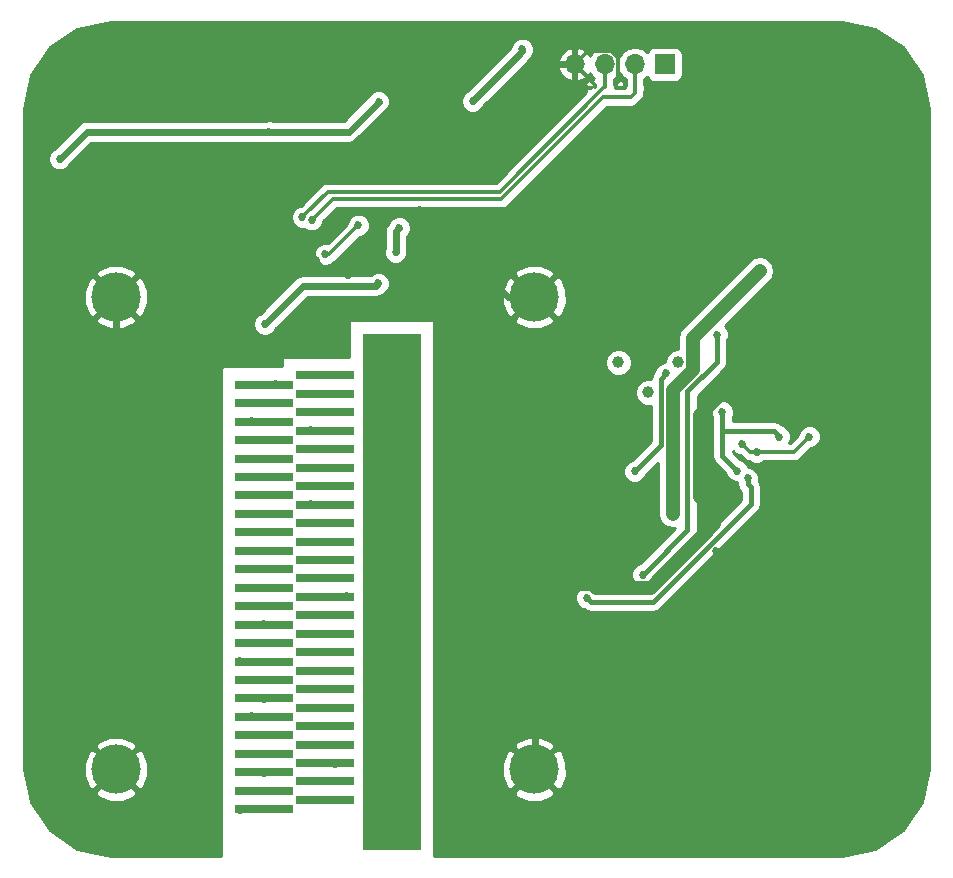
<source format=gbr>
G04 #@! TF.FileFunction,Copper,L2,Bot,Signal*
%FSLAX46Y46*%
G04 Gerber Fmt 4.6, Leading zero omitted, Abs format (unit mm)*
G04 Created by KiCad (PCBNEW 4.0.7) date Tue Jul 24 07:37:36 2018*
%MOMM*%
%LPD*%
G01*
G04 APERTURE LIST*
%ADD10C,0.100000*%
%ADD11C,1.000000*%
%ADD12R,1.700000X1.700000*%
%ADD13O,1.700000X1.700000*%
%ADD14R,0.360000X0.250000*%
%ADD15R,5.000000X0.781250*%
%ADD16R,5.000000X43.750000*%
%ADD17C,4.175000*%
%ADD18C,0.685800*%
%ADD19C,0.600000*%
%ADD20C,1.200000*%
%ADD21C,0.450000*%
%ADD22C,0.300000*%
%ADD23C,0.254000*%
G04 APERTURE END LIST*
D10*
D11*
X124540000Y-88080000D03*
X127080000Y-85540000D03*
X122000000Y-85540000D03*
D12*
X125950000Y-60310000D03*
D13*
X123410000Y-60310000D03*
X120870000Y-60310000D03*
X118330000Y-60310000D03*
D14*
X120870000Y-62250000D03*
X120030000Y-62250000D03*
X123420000Y-62300000D03*
X122580000Y-62300000D03*
D15*
X92020000Y-123359375D03*
X97180000Y-122578125D03*
X92020000Y-121796875D03*
X97180000Y-121015625D03*
X92020000Y-120234375D03*
X97180000Y-119453125D03*
X92020000Y-118671875D03*
X97180000Y-117890625D03*
X92020000Y-117109375D03*
X97180000Y-116328125D03*
X92020000Y-115546875D03*
X97180000Y-114765625D03*
X92020000Y-113984375D03*
X97180000Y-113203125D03*
X92020000Y-112421875D03*
X97180000Y-111640625D03*
X92020000Y-110859375D03*
X97180000Y-110078125D03*
X92020000Y-109296875D03*
X97180000Y-108515625D03*
X92020000Y-107734375D03*
X97180000Y-106953125D03*
X92020000Y-106171875D03*
X97180000Y-105390625D03*
X92020000Y-104609375D03*
X97180000Y-103828125D03*
X92020000Y-103046875D03*
X97180000Y-102265625D03*
X92020000Y-101484375D03*
X97180000Y-100703125D03*
X92020000Y-99921875D03*
X97180000Y-99140625D03*
X92020000Y-98359375D03*
X97180000Y-97578125D03*
X92020000Y-96796875D03*
X97180000Y-96015625D03*
X92020000Y-95234375D03*
X97180000Y-94453125D03*
X92020000Y-93671875D03*
X97180000Y-92890625D03*
X92020000Y-92109375D03*
X97180000Y-91328125D03*
X92020000Y-90546875D03*
X97180000Y-89765625D03*
X92020000Y-88984375D03*
X97180000Y-88203125D03*
X92020000Y-87421875D03*
X97180000Y-86640625D03*
D16*
X102820000Y-105000000D03*
D17*
X79485100Y-80000000D03*
X114902500Y-80000000D03*
X79485100Y-120000000D03*
X114902500Y-120000000D03*
D18*
X101688523Y-78844284D03*
X74700000Y-68300000D03*
X103460000Y-74150000D03*
X103160000Y-76220000D03*
X92084783Y-82286663D03*
X92450000Y-66000000D03*
X101710000Y-63460000D03*
X143100000Y-60500000D03*
X130075000Y-65125000D03*
X134200000Y-75750000D03*
X109325000Y-73725000D03*
X78850000Y-90150000D03*
X112000000Y-65050000D03*
X105250000Y-72600000D03*
X137250000Y-62700000D03*
X133100000Y-62350000D03*
X92651441Y-74215482D03*
X103396304Y-68206304D03*
X96450000Y-76900000D03*
X99130000Y-78150000D03*
X92770000Y-76270000D03*
X93710000Y-69520000D03*
X97480000Y-69690000D03*
X130310000Y-101500000D03*
X131050000Y-106370000D03*
X130730000Y-88210000D03*
X130470000Y-98430000D03*
X139200000Y-79740000D03*
X140280000Y-67280000D03*
X115000000Y-110950000D03*
X117610000Y-104600000D03*
X128332401Y-84370000D03*
X133990000Y-77790000D03*
X126610000Y-98360000D03*
X113880000Y-59007599D03*
X109670000Y-63410000D03*
X96066228Y-73469169D03*
X95263209Y-73228838D03*
X97191997Y-76394703D03*
X100000000Y-73920000D03*
X90000000Y-92100000D03*
X90000000Y-98400000D03*
X90000000Y-104600000D03*
X90000000Y-110800000D03*
X90000000Y-117100000D03*
X90000000Y-123400000D03*
X96000000Y-91300000D03*
X96000000Y-97550000D03*
X96000000Y-103800000D03*
X96000000Y-110050000D03*
X96000000Y-116300000D03*
X96000000Y-122600000D03*
X91000000Y-90500000D03*
X91000000Y-96800000D03*
X91000000Y-103000000D03*
X91000000Y-109300000D03*
X91000000Y-115500000D03*
X91000000Y-121800000D03*
X97000000Y-89750000D03*
X97000000Y-96000000D03*
X97000000Y-102250000D03*
X97000000Y-108500000D03*
X97000000Y-114800000D03*
X97000000Y-121000000D03*
X92000000Y-89000000D03*
X92000000Y-95200000D03*
X92000000Y-101500000D03*
X92000000Y-107700000D03*
X92000000Y-114000000D03*
X92000000Y-120300000D03*
X98047589Y-88250000D03*
X98047589Y-94450000D03*
X98047589Y-100700000D03*
X98047589Y-106950000D03*
X98047589Y-113200000D03*
X98047589Y-119500000D03*
X93000000Y-87400000D03*
X93000000Y-93700000D03*
X93000000Y-99900000D03*
X93000000Y-106200000D03*
X93000000Y-112400000D03*
X93000000Y-118700000D03*
X99000000Y-86600000D03*
X99000000Y-92900000D03*
X99000000Y-99100000D03*
X99000000Y-105350000D03*
X99000000Y-111650000D03*
X99000000Y-117900000D03*
X103050000Y-113000000D03*
X103050000Y-101000000D03*
X103050000Y-101000000D03*
X103050000Y-123950000D03*
X103050000Y-89650000D03*
X135650000Y-91820000D03*
X132084308Y-94693209D03*
X130830000Y-89720000D03*
X126060000Y-86460000D03*
X123400000Y-94770000D03*
X124080391Y-103504690D03*
X130380000Y-83190000D03*
X138190000Y-91810000D03*
X132480000Y-92430000D03*
X133720000Y-93130000D03*
X132960000Y-95360000D03*
X119330000Y-105460000D03*
D19*
X95321446Y-79050000D02*
X101482807Y-79050000D01*
X92084783Y-82286663D02*
X95321446Y-79050000D01*
X101482807Y-79050000D02*
X101688523Y-78844284D01*
X92450000Y-66000000D02*
X77000000Y-66000000D01*
X77000000Y-66000000D02*
X74700000Y-68300000D01*
X103160000Y-76220000D02*
X103160000Y-74450000D01*
X103160000Y-74450000D02*
X103460000Y-74150000D01*
X101710000Y-63460000D02*
X99170000Y-66000000D01*
X99170000Y-66000000D02*
X92450000Y-66000000D01*
X143100000Y-60500000D02*
X140280000Y-63320000D01*
X140280000Y-63320000D02*
X140280000Y-67280000D01*
X130075000Y-65125000D02*
X130325000Y-65125000D01*
X130325000Y-65125000D02*
X133100000Y-62350000D01*
X134200000Y-75750000D02*
X138190000Y-79740000D01*
X138190000Y-79740000D02*
X139200000Y-79740000D01*
X107075000Y-74425000D02*
X112650000Y-80000000D01*
X105250000Y-72600000D02*
X107075000Y-74425000D01*
X107075000Y-74425000D02*
X108625000Y-74425000D01*
X108625000Y-74425000D02*
X109325000Y-73725000D01*
D20*
X139200000Y-79740000D02*
X129350000Y-89590000D01*
X129350000Y-89590000D02*
X128970000Y-89970000D01*
D21*
X130730000Y-88210000D02*
X129350000Y-89590000D01*
D19*
X115000000Y-110950000D02*
X115000000Y-119902500D01*
X115000000Y-119902500D02*
X114902500Y-120000000D01*
X78850000Y-90150000D02*
X79485100Y-89514900D01*
X79485100Y-89514900D02*
X79485100Y-80000000D01*
X112000000Y-65050000D02*
X106552608Y-65050000D01*
X106552608Y-65050000D02*
X103396304Y-68206304D01*
X118330000Y-60310000D02*
X116740000Y-60310000D01*
X116740000Y-60310000D02*
X112000000Y-65050000D01*
X112650000Y-80000000D02*
X114902500Y-80000000D01*
D22*
X122580000Y-62300000D02*
X122580000Y-61875000D01*
X122580000Y-61875000D02*
X122022401Y-61317401D01*
X122022401Y-61317401D02*
X122022401Y-59756847D01*
X122022401Y-59756847D02*
X121423153Y-59157599D01*
X121423153Y-59157599D02*
X119482401Y-59157599D01*
X119482401Y-59157599D02*
X119179999Y-59460001D01*
X119179999Y-59460001D02*
X118330000Y-60310000D01*
X120030000Y-62250000D02*
X120030000Y-62010000D01*
X120030000Y-62010000D02*
X118330000Y-60310000D01*
D19*
X133100000Y-62350000D02*
X136900000Y-62350000D01*
X136900000Y-62350000D02*
X137250000Y-62700000D01*
D22*
X92651441Y-74261441D02*
X92651441Y-74215482D01*
X92770000Y-74380000D02*
X92651441Y-74261441D01*
X92770000Y-76270000D02*
X92770000Y-74380000D01*
X99130000Y-78150000D02*
X97700000Y-78150000D01*
X96792899Y-77242899D02*
X96450000Y-76900000D01*
X97700000Y-78150000D02*
X96792899Y-77242899D01*
D19*
X98963696Y-68206304D02*
X102911371Y-68206304D01*
X97480000Y-69690000D02*
X98963696Y-68206304D01*
X102911371Y-68206304D02*
X103396304Y-68206304D01*
X97480000Y-69690000D02*
X93880000Y-69690000D01*
X93880000Y-69690000D02*
X93710000Y-69520000D01*
D20*
X119748147Y-104257101D02*
X117952899Y-104257101D01*
X120091046Y-104600000D02*
X119748147Y-104257101D01*
X130127101Y-99234586D02*
X124761687Y-104600000D01*
X117952899Y-104257101D02*
X117610000Y-104600000D01*
X130127101Y-98772899D02*
X130127101Y-99234586D01*
X130470000Y-98430000D02*
X130127101Y-98772899D01*
X124761687Y-104600000D02*
X120091046Y-104600000D01*
X117610000Y-104600000D02*
X117610000Y-108340000D01*
X117610000Y-108340000D02*
X115000000Y-110950000D01*
X128970000Y-89970000D02*
X128970000Y-96930000D01*
X128970000Y-96930000D02*
X130470000Y-98430000D01*
X128332401Y-86141154D02*
X128332401Y-84370000D01*
X128332401Y-84370000D02*
X128332401Y-83447599D01*
X128332401Y-83447599D02*
X133647101Y-78132899D01*
X126610000Y-87863555D02*
X128332401Y-86141154D01*
X126610000Y-98360000D02*
X126610000Y-87863555D01*
X133647101Y-78132899D02*
X133990000Y-77790000D01*
D19*
X109670000Y-63410000D02*
X113880000Y-59200000D01*
X113880000Y-59200000D02*
X113880000Y-59007599D01*
D22*
X97835397Y-71700000D02*
X96066228Y-73469169D01*
X112100000Y-71700000D02*
X97835397Y-71700000D01*
X120700000Y-63100000D02*
X112100000Y-71700000D01*
X123045000Y-63100000D02*
X120700000Y-63100000D01*
X123420000Y-62300000D02*
X123420000Y-62725000D01*
X123420000Y-62725000D02*
X123045000Y-63100000D01*
X123410000Y-60310000D02*
X123410000Y-62290000D01*
X123410000Y-62290000D02*
X123420000Y-62300000D01*
X120815000Y-62250000D02*
X111965000Y-71100000D01*
X111965000Y-71100000D02*
X97392047Y-71100000D01*
X120870000Y-62250000D02*
X120815000Y-62250000D01*
X97392047Y-71100000D02*
X95606108Y-72885939D01*
X95606108Y-72885939D02*
X95263209Y-73228838D01*
X120870000Y-60310000D02*
X120870000Y-62250000D01*
X97525297Y-76394703D02*
X97191997Y-76394703D01*
X100000000Y-73920000D02*
X97525297Y-76394703D01*
D21*
X130830000Y-91360000D02*
X130830000Y-93438901D01*
X130830000Y-89720000D02*
X130830000Y-91360000D01*
X130830000Y-91360000D02*
X135190000Y-91360000D01*
X135190000Y-91360000D02*
X135650000Y-91820000D01*
X131741409Y-94350310D02*
X132084308Y-94693209D01*
X130830000Y-93438901D02*
X131741409Y-94350310D01*
X125620000Y-92550000D02*
X125620000Y-86900000D01*
X125620000Y-86900000D02*
X126060000Y-86460000D01*
X123400000Y-94770000D02*
X125620000Y-92550000D01*
X127860000Y-87995821D02*
X127860000Y-99725081D01*
X124423290Y-103161791D02*
X124080391Y-103504690D01*
X130380000Y-83190000D02*
X130380000Y-85475821D01*
X130380000Y-85475821D02*
X127860000Y-87995821D01*
X127860000Y-99725081D02*
X124423290Y-103161791D01*
D22*
X133720000Y-93130000D02*
X136870000Y-93130000D01*
X136870000Y-93130000D02*
X138190000Y-91810000D01*
X133720000Y-93130000D02*
X133180000Y-93130000D01*
X133180000Y-93130000D02*
X132480000Y-92430000D01*
D21*
X132960000Y-95360000D02*
X132960000Y-95844933D01*
X132960000Y-95844933D02*
X133230000Y-96114933D01*
X133230000Y-96114933D02*
X133230000Y-97513954D01*
X119330000Y-105460000D02*
X119672899Y-105802899D01*
X124941055Y-105802899D02*
X133230000Y-97513954D01*
X119672899Y-105802899D02*
X124941055Y-105802899D01*
D23*
G36*
X143784440Y-57277770D02*
X146144973Y-58855027D01*
X147722230Y-61215562D01*
X148290000Y-64069926D01*
X148290000Y-119930074D01*
X147722230Y-122784438D01*
X146144973Y-125144973D01*
X143784440Y-126722230D01*
X140930069Y-127290000D01*
X106427000Y-127290000D01*
X106427000Y-121938183D01*
X113143923Y-121938183D01*
X113375358Y-122317996D01*
X114378663Y-122725961D01*
X115461718Y-122718923D01*
X116429642Y-122317996D01*
X116661077Y-121938183D01*
X114902500Y-120179605D01*
X113143923Y-121938183D01*
X106427000Y-121938183D01*
X106427000Y-119476163D01*
X112176539Y-119476163D01*
X112183577Y-120559218D01*
X112584504Y-121527142D01*
X112964317Y-121758577D01*
X114722895Y-120000000D01*
X115082105Y-120000000D01*
X116840683Y-121758577D01*
X117220496Y-121527142D01*
X117628461Y-120523837D01*
X117621423Y-119440782D01*
X117220496Y-118472858D01*
X116840683Y-118241423D01*
X115082105Y-120000000D01*
X114722895Y-120000000D01*
X112964317Y-118241423D01*
X112584504Y-118472858D01*
X112176539Y-119476163D01*
X106427000Y-119476163D01*
X106427000Y-118061817D01*
X113143923Y-118061817D01*
X114902500Y-119820395D01*
X116661077Y-118061817D01*
X116429642Y-117682004D01*
X115426337Y-117274039D01*
X114343282Y-117281077D01*
X113375358Y-117682004D01*
X113143923Y-118061817D01*
X106427000Y-118061817D01*
X106427000Y-105653663D01*
X118351931Y-105653663D01*
X118500493Y-106013212D01*
X118775341Y-106288540D01*
X119060884Y-106407108D01*
X119064787Y-106411011D01*
X119343791Y-106597435D01*
X119672899Y-106662899D01*
X124941055Y-106662899D01*
X125270163Y-106597435D01*
X125549167Y-106411011D01*
X133838112Y-98122066D01*
X134024536Y-97843062D01*
X134090000Y-97513954D01*
X134090000Y-96114933D01*
X134024537Y-95785826D01*
X133911983Y-95617376D01*
X133937730Y-95555370D01*
X133938069Y-95166337D01*
X133789507Y-94806788D01*
X133514659Y-94531460D01*
X133155370Y-94382270D01*
X133013869Y-94382147D01*
X132913815Y-94139997D01*
X132638967Y-93864669D01*
X132353424Y-93746101D01*
X131690000Y-93082677D01*
X131690000Y-93022788D01*
X131925341Y-93258540D01*
X132284630Y-93407730D01*
X132347627Y-93407785D01*
X132624919Y-93685076D01*
X132624921Y-93685079D01*
X132879594Y-93855245D01*
X133107476Y-93900574D01*
X133165341Y-93958540D01*
X133524630Y-94107730D01*
X133913663Y-94108069D01*
X134273212Y-93959507D01*
X134317797Y-93915000D01*
X136870000Y-93915000D01*
X137170407Y-93855245D01*
X137425079Y-93685079D01*
X138322143Y-92788015D01*
X138383663Y-92788069D01*
X138743212Y-92639507D01*
X139018540Y-92364659D01*
X139167730Y-92005370D01*
X139168069Y-91616337D01*
X139019507Y-91256788D01*
X138744659Y-90981460D01*
X138385370Y-90832270D01*
X137996337Y-90831931D01*
X137636788Y-90980493D01*
X137361460Y-91255341D01*
X137212270Y-91614630D01*
X137212215Y-91677627D01*
X136544842Y-92345000D01*
X136490856Y-92345000D01*
X136627730Y-92015370D01*
X136628069Y-91626337D01*
X136479507Y-91266788D01*
X136204659Y-90991460D01*
X135919116Y-90872892D01*
X135798112Y-90751888D01*
X135717566Y-90698069D01*
X135519108Y-90565464D01*
X135190000Y-90500000D01*
X131690000Y-90500000D01*
X131690000Y-90198895D01*
X131807730Y-89915370D01*
X131808069Y-89526337D01*
X131659507Y-89166788D01*
X131384659Y-88891460D01*
X131025370Y-88742270D01*
X130636337Y-88741931D01*
X130276788Y-88890493D01*
X130001460Y-89165341D01*
X129852270Y-89524630D01*
X129851931Y-89913663D01*
X129970000Y-90199413D01*
X129970000Y-93438901D01*
X130035464Y-93768009D01*
X130163419Y-93959507D01*
X130221888Y-94047013D01*
X131137567Y-94962692D01*
X131254801Y-95246421D01*
X131529649Y-95521749D01*
X131888938Y-95670939D01*
X132030439Y-95671062D01*
X132100000Y-95839413D01*
X132100000Y-95844933D01*
X132165464Y-96174041D01*
X132214072Y-96246788D01*
X132351888Y-96453045D01*
X132370000Y-96471157D01*
X132370000Y-97157730D01*
X124584831Y-104942899D01*
X120174428Y-104942899D01*
X120159507Y-104906788D01*
X119884659Y-104631460D01*
X119525370Y-104482270D01*
X119136337Y-104481931D01*
X118776788Y-104630493D01*
X118501460Y-104905341D01*
X118352270Y-105264630D01*
X118351931Y-105653663D01*
X106427000Y-105653663D01*
X106427000Y-94963663D01*
X122421931Y-94963663D01*
X122570493Y-95323212D01*
X122845341Y-95598540D01*
X123204630Y-95747730D01*
X123593663Y-95748069D01*
X123953212Y-95599507D01*
X124228540Y-95324659D01*
X124347108Y-95039116D01*
X125375000Y-94011224D01*
X125375000Y-98360000D01*
X125469009Y-98832614D01*
X125736723Y-99233277D01*
X126137386Y-99500991D01*
X126610000Y-99595000D01*
X126814543Y-99554314D01*
X123810908Y-102557949D01*
X123527179Y-102675183D01*
X123251851Y-102950031D01*
X123102661Y-103309320D01*
X123102322Y-103698353D01*
X123250884Y-104057902D01*
X123525732Y-104333230D01*
X123885021Y-104482420D01*
X124274054Y-104482759D01*
X124633603Y-104334197D01*
X124908931Y-104059349D01*
X125027499Y-103773806D01*
X128468112Y-100333193D01*
X128593630Y-100145341D01*
X128654536Y-100054189D01*
X128720000Y-99725081D01*
X128720000Y-88352045D01*
X130988112Y-86083933D01*
X131143159Y-85851888D01*
X131174536Y-85804929D01*
X131240000Y-85475821D01*
X131240000Y-83668895D01*
X131357730Y-83385370D01*
X131358069Y-82996337D01*
X131209507Y-82636788D01*
X131049776Y-82476778D01*
X134863277Y-78663277D01*
X135130991Y-78262614D01*
X135225000Y-77790000D01*
X135130991Y-77317386D01*
X134863277Y-76916723D01*
X134462614Y-76649009D01*
X133990000Y-76555000D01*
X133517386Y-76649009D01*
X133116723Y-76916723D01*
X127459124Y-82574322D01*
X127191410Y-82974985D01*
X127097401Y-83447599D01*
X127097401Y-84405014D01*
X126855225Y-84404803D01*
X126437914Y-84577233D01*
X126118355Y-84896235D01*
X125945197Y-85313244D01*
X125945050Y-85482000D01*
X125866337Y-85481931D01*
X125506788Y-85630493D01*
X125231460Y-85905341D01*
X125112892Y-86190884D01*
X125011888Y-86291888D01*
X124825464Y-86570892D01*
X124760000Y-86900000D01*
X124760000Y-86945191D01*
X124315225Y-86944803D01*
X123897914Y-87117233D01*
X123578355Y-87436235D01*
X123405197Y-87853244D01*
X123404803Y-88304775D01*
X123577233Y-88722086D01*
X123896235Y-89041645D01*
X124313244Y-89214803D01*
X124760000Y-89215193D01*
X124760000Y-92193776D01*
X123130517Y-93823259D01*
X122846788Y-93940493D01*
X122571460Y-94215341D01*
X122422270Y-94574630D01*
X122421931Y-94963663D01*
X106427000Y-94963663D01*
X106427000Y-85764775D01*
X120864803Y-85764775D01*
X121037233Y-86182086D01*
X121356235Y-86501645D01*
X121773244Y-86674803D01*
X122224775Y-86675197D01*
X122642086Y-86502767D01*
X122961645Y-86183765D01*
X123134803Y-85766756D01*
X123135197Y-85315225D01*
X122962767Y-84897914D01*
X122643765Y-84578355D01*
X122226756Y-84405197D01*
X121775225Y-84404803D01*
X121357914Y-84577233D01*
X121038355Y-84896235D01*
X120865197Y-85313244D01*
X120864803Y-85764775D01*
X106427000Y-85764775D01*
X106427000Y-82100000D01*
X106416994Y-82050590D01*
X106388553Y-82008965D01*
X106346159Y-81981685D01*
X106300000Y-81973000D01*
X99300000Y-81973000D01*
X99250590Y-81983006D01*
X99208965Y-82011447D01*
X99181685Y-82053841D01*
X99173000Y-82100000D01*
X99173000Y-85073000D01*
X93700000Y-85073000D01*
X93650590Y-85083006D01*
X93608965Y-85111447D01*
X93581685Y-85153841D01*
X93573000Y-85200000D01*
X93573000Y-85873000D01*
X88500000Y-85873000D01*
X88450590Y-85883006D01*
X88408965Y-85911447D01*
X88381685Y-85953841D01*
X88373000Y-86000000D01*
X88373000Y-127290000D01*
X79069926Y-127290000D01*
X76215562Y-126722230D01*
X73855027Y-125144973D01*
X72277770Y-122784440D01*
X72109439Y-121938183D01*
X77726523Y-121938183D01*
X77957958Y-122317996D01*
X78961263Y-122725961D01*
X80044318Y-122718923D01*
X81012242Y-122317996D01*
X81243677Y-121938183D01*
X79485100Y-120179605D01*
X77726523Y-121938183D01*
X72109439Y-121938183D01*
X71710000Y-119930069D01*
X71710000Y-119476163D01*
X76759139Y-119476163D01*
X76766177Y-120559218D01*
X77167104Y-121527142D01*
X77546917Y-121758577D01*
X79305495Y-120000000D01*
X79664705Y-120000000D01*
X81423283Y-121758577D01*
X81803096Y-121527142D01*
X82211061Y-120523837D01*
X82204023Y-119440782D01*
X81803096Y-118472858D01*
X81423283Y-118241423D01*
X79664705Y-120000000D01*
X79305495Y-120000000D01*
X77546917Y-118241423D01*
X77167104Y-118472858D01*
X76759139Y-119476163D01*
X71710000Y-119476163D01*
X71710000Y-118061817D01*
X77726523Y-118061817D01*
X79485100Y-119820395D01*
X81243677Y-118061817D01*
X81012242Y-117682004D01*
X80008937Y-117274039D01*
X78925882Y-117281077D01*
X77957958Y-117682004D01*
X77726523Y-118061817D01*
X71710000Y-118061817D01*
X71710000Y-81938183D01*
X77726523Y-81938183D01*
X77957958Y-82317996D01*
X78961263Y-82725961D01*
X80044318Y-82718923D01*
X80620342Y-82480326D01*
X91106714Y-82480326D01*
X91255276Y-82839875D01*
X91530124Y-83115203D01*
X91889413Y-83264393D01*
X92278446Y-83264732D01*
X92637995Y-83116170D01*
X92913323Y-82841322D01*
X92956574Y-82737162D01*
X93755553Y-81938183D01*
X113143923Y-81938183D01*
X113375358Y-82317996D01*
X114378663Y-82725961D01*
X115461718Y-82718923D01*
X116429642Y-82317996D01*
X116661077Y-81938183D01*
X114902500Y-80179605D01*
X113143923Y-81938183D01*
X93755553Y-81938183D01*
X95708736Y-79985000D01*
X101482807Y-79985000D01*
X101840616Y-79913827D01*
X102131995Y-79719135D01*
X102241735Y-79673791D01*
X102439708Y-79476163D01*
X112176539Y-79476163D01*
X112183577Y-80559218D01*
X112584504Y-81527142D01*
X112964317Y-81758577D01*
X114722895Y-80000000D01*
X115082105Y-80000000D01*
X116840683Y-81758577D01*
X117220496Y-81527142D01*
X117628461Y-80523837D01*
X117621423Y-79440782D01*
X117220496Y-78472858D01*
X116840683Y-78241423D01*
X115082105Y-80000000D01*
X114722895Y-80000000D01*
X112964317Y-78241423D01*
X112584504Y-78472858D01*
X112176539Y-79476163D01*
X102439708Y-79476163D01*
X102517063Y-79398943D01*
X102666253Y-79039654D01*
X102666592Y-78650621D01*
X102518030Y-78291072D01*
X102289175Y-78061817D01*
X113143923Y-78061817D01*
X114902500Y-79820395D01*
X116661077Y-78061817D01*
X116429642Y-77682004D01*
X115426337Y-77274039D01*
X114343282Y-77281077D01*
X113375358Y-77682004D01*
X113143923Y-78061817D01*
X102289175Y-78061817D01*
X102243182Y-78015744D01*
X101883893Y-77866554D01*
X101494860Y-77866215D01*
X101135311Y-78014777D01*
X101034913Y-78115000D01*
X95321446Y-78115000D01*
X94963637Y-78186173D01*
X94660301Y-78388855D01*
X91634550Y-81414606D01*
X91531571Y-81457156D01*
X91256243Y-81732004D01*
X91107053Y-82091293D01*
X91106714Y-82480326D01*
X80620342Y-82480326D01*
X81012242Y-82317996D01*
X81243677Y-81938183D01*
X79485100Y-80179605D01*
X77726523Y-81938183D01*
X71710000Y-81938183D01*
X71710000Y-79476163D01*
X76759139Y-79476163D01*
X76766177Y-80559218D01*
X77167104Y-81527142D01*
X77546917Y-81758577D01*
X79305495Y-80000000D01*
X79664705Y-80000000D01*
X81423283Y-81758577D01*
X81803096Y-81527142D01*
X82211061Y-80523837D01*
X82204023Y-79440782D01*
X81803096Y-78472858D01*
X81423283Y-78241423D01*
X79664705Y-80000000D01*
X79305495Y-80000000D01*
X77546917Y-78241423D01*
X77167104Y-78472858D01*
X76759139Y-79476163D01*
X71710000Y-79476163D01*
X71710000Y-78061817D01*
X77726523Y-78061817D01*
X79485100Y-79820395D01*
X81243677Y-78061817D01*
X81012242Y-77682004D01*
X80008937Y-77274039D01*
X78925882Y-77281077D01*
X77957958Y-77682004D01*
X77726523Y-78061817D01*
X71710000Y-78061817D01*
X71710000Y-76588366D01*
X96213928Y-76588366D01*
X96362490Y-76947915D01*
X96637338Y-77223243D01*
X96996627Y-77372433D01*
X97385660Y-77372772D01*
X97745209Y-77224210D01*
X97898133Y-77071553D01*
X98080376Y-76949782D01*
X98616495Y-76413663D01*
X102181931Y-76413663D01*
X102330493Y-76773212D01*
X102605341Y-77048540D01*
X102964630Y-77197730D01*
X103353663Y-77198069D01*
X103713212Y-77049507D01*
X103988540Y-76774659D01*
X104137730Y-76415370D01*
X104138069Y-76026337D01*
X104095000Y-75922102D01*
X104095000Y-74897862D01*
X104288540Y-74704659D01*
X104437730Y-74345370D01*
X104438069Y-73956337D01*
X104289507Y-73596788D01*
X104014659Y-73321460D01*
X103655370Y-73172270D01*
X103266337Y-73171931D01*
X102906788Y-73320493D01*
X102631460Y-73595341D01*
X102588209Y-73699501D01*
X102498855Y-73788855D01*
X102296173Y-74092191D01*
X102225000Y-74450000D01*
X102225000Y-75921725D01*
X102182270Y-76024630D01*
X102181931Y-76413663D01*
X98616495Y-76413663D01*
X100132143Y-74898015D01*
X100193663Y-74898069D01*
X100553212Y-74749507D01*
X100828540Y-74474659D01*
X100977730Y-74115370D01*
X100978069Y-73726337D01*
X100829507Y-73366788D01*
X100554659Y-73091460D01*
X100195370Y-72942270D01*
X99806337Y-72941931D01*
X99446788Y-73090493D01*
X99171460Y-73365341D01*
X99022270Y-73724630D01*
X99022215Y-73787627D01*
X97391255Y-75418587D01*
X97387367Y-75416973D01*
X96998334Y-75416634D01*
X96638785Y-75565196D01*
X96363457Y-75840044D01*
X96214267Y-76199333D01*
X96213928Y-76588366D01*
X71710000Y-76588366D01*
X71710000Y-73422501D01*
X94285140Y-73422501D01*
X94433702Y-73782050D01*
X94708550Y-74057378D01*
X95067839Y-74206568D01*
X95420894Y-74206876D01*
X95511569Y-74297709D01*
X95870858Y-74446899D01*
X96259891Y-74447238D01*
X96619440Y-74298676D01*
X96894768Y-74023828D01*
X97043958Y-73664539D01*
X97044013Y-73601542D01*
X98160555Y-72485000D01*
X112100000Y-72485000D01*
X112400407Y-72425245D01*
X112655079Y-72255079D01*
X121025158Y-63885000D01*
X123045000Y-63885000D01*
X123345407Y-63825245D01*
X123600079Y-63655079D01*
X123975079Y-63280079D01*
X124145245Y-63025407D01*
X124205000Y-62725000D01*
X124205000Y-62634575D01*
X124247440Y-62425000D01*
X124247440Y-62175000D01*
X124203162Y-61939683D01*
X124195000Y-61926999D01*
X124195000Y-61566250D01*
X124460054Y-61389147D01*
X124487850Y-61347548D01*
X124496838Y-61395317D01*
X124635910Y-61611441D01*
X124848110Y-61756431D01*
X125100000Y-61807440D01*
X126800000Y-61807440D01*
X127035317Y-61763162D01*
X127251441Y-61624090D01*
X127396431Y-61411890D01*
X127447440Y-61160000D01*
X127447440Y-59460000D01*
X127403162Y-59224683D01*
X127264090Y-59008559D01*
X127051890Y-58863569D01*
X126800000Y-58812560D01*
X125100000Y-58812560D01*
X124864683Y-58856838D01*
X124648559Y-58995910D01*
X124503569Y-59208110D01*
X124489914Y-59275541D01*
X124460054Y-59230853D01*
X123978285Y-58908946D01*
X123410000Y-58795907D01*
X122841715Y-58908946D01*
X122359946Y-59230853D01*
X122140000Y-59560026D01*
X121920054Y-59230853D01*
X121438285Y-58908946D01*
X120870000Y-58795907D01*
X120301715Y-58908946D01*
X119819946Y-59230853D01*
X119592298Y-59571553D01*
X119525183Y-59428642D01*
X119096924Y-59038355D01*
X118686890Y-58868524D01*
X118457000Y-58989845D01*
X118457000Y-60183000D01*
X118477000Y-60183000D01*
X118477000Y-60437000D01*
X118457000Y-60437000D01*
X118457000Y-61630155D01*
X118686890Y-61751476D01*
X119096924Y-61581645D01*
X119525183Y-61191358D01*
X119592298Y-61048447D01*
X119819946Y-61389147D01*
X119970884Y-61490000D01*
X119902998Y-61490000D01*
X119902998Y-61611748D01*
X119781250Y-61490000D01*
X119723691Y-61490000D01*
X119490302Y-61586673D01*
X119311673Y-61765301D01*
X119215000Y-61998690D01*
X119215000Y-62028750D01*
X119373750Y-62187500D01*
X119767342Y-62187500D01*
X119642342Y-62312500D01*
X119373750Y-62312500D01*
X119215000Y-62471250D01*
X119215000Y-62501310D01*
X119284864Y-62669978D01*
X111639842Y-70315000D01*
X97392047Y-70315000D01*
X97091640Y-70374755D01*
X96836968Y-70544921D01*
X95131066Y-72250823D01*
X95069546Y-72250769D01*
X94709997Y-72399331D01*
X94434669Y-72674179D01*
X94285479Y-73033468D01*
X94285140Y-73422501D01*
X71710000Y-73422501D01*
X71710000Y-68493663D01*
X73721931Y-68493663D01*
X73870493Y-68853212D01*
X74145341Y-69128540D01*
X74504630Y-69277730D01*
X74893663Y-69278069D01*
X75253212Y-69129507D01*
X75528540Y-68854659D01*
X75571791Y-68750499D01*
X77387290Y-66935000D01*
X92151725Y-66935000D01*
X92254630Y-66977730D01*
X92643663Y-66978069D01*
X92747898Y-66935000D01*
X99170000Y-66935000D01*
X99527809Y-66863827D01*
X99831145Y-66661145D01*
X102160233Y-64332057D01*
X102263212Y-64289507D01*
X102538540Y-64014659D01*
X102687730Y-63655370D01*
X102687775Y-63603663D01*
X108691931Y-63603663D01*
X108840493Y-63963212D01*
X109115341Y-64238540D01*
X109474630Y-64387730D01*
X109863663Y-64388069D01*
X110223212Y-64239507D01*
X110498540Y-63964659D01*
X110541791Y-63860499D01*
X113735398Y-60666892D01*
X116888514Y-60666892D01*
X117134817Y-61191358D01*
X117563076Y-61581645D01*
X117973110Y-61751476D01*
X118203000Y-61630155D01*
X118203000Y-60437000D01*
X117009181Y-60437000D01*
X116888514Y-60666892D01*
X113735398Y-60666892D01*
X114449182Y-59953108D01*
X116888514Y-59953108D01*
X117009181Y-60183000D01*
X118203000Y-60183000D01*
X118203000Y-58989845D01*
X117973110Y-58868524D01*
X117563076Y-59038355D01*
X117134817Y-59428642D01*
X116888514Y-59953108D01*
X114449182Y-59953108D01*
X114541145Y-59861145D01*
X114743827Y-59557809D01*
X114774575Y-59403227D01*
X114857730Y-59202969D01*
X114858069Y-58813936D01*
X114709507Y-58454387D01*
X114434659Y-58179059D01*
X114075370Y-58029869D01*
X113686337Y-58029530D01*
X113326788Y-58178092D01*
X113051460Y-58452940D01*
X112902270Y-58812229D01*
X112902232Y-58855478D01*
X109219767Y-62537943D01*
X109116788Y-62580493D01*
X108841460Y-62855341D01*
X108692270Y-63214630D01*
X108691931Y-63603663D01*
X102687775Y-63603663D01*
X102688069Y-63266337D01*
X102539507Y-62906788D01*
X102264659Y-62631460D01*
X101905370Y-62482270D01*
X101516337Y-62481931D01*
X101156788Y-62630493D01*
X100881460Y-62905341D01*
X100838209Y-63009501D01*
X98782710Y-65065000D01*
X92748275Y-65065000D01*
X92645370Y-65022270D01*
X92256337Y-65021931D01*
X92152102Y-65065000D01*
X77000000Y-65065000D01*
X76642191Y-65136173D01*
X76338855Y-65338855D01*
X74249767Y-67427943D01*
X74146788Y-67470493D01*
X73871460Y-67745341D01*
X73722270Y-68104630D01*
X73721931Y-68493663D01*
X71710000Y-68493663D01*
X71710000Y-64069931D01*
X72277770Y-61215560D01*
X73855027Y-58855027D01*
X76215562Y-57277770D01*
X79069926Y-56710000D01*
X140930069Y-56710000D01*
X143784440Y-57277770D01*
X143784440Y-57277770D01*
G37*
X143784440Y-57277770D02*
X146144973Y-58855027D01*
X147722230Y-61215562D01*
X148290000Y-64069926D01*
X148290000Y-119930074D01*
X147722230Y-122784438D01*
X146144973Y-125144973D01*
X143784440Y-126722230D01*
X140930069Y-127290000D01*
X106427000Y-127290000D01*
X106427000Y-121938183D01*
X113143923Y-121938183D01*
X113375358Y-122317996D01*
X114378663Y-122725961D01*
X115461718Y-122718923D01*
X116429642Y-122317996D01*
X116661077Y-121938183D01*
X114902500Y-120179605D01*
X113143923Y-121938183D01*
X106427000Y-121938183D01*
X106427000Y-119476163D01*
X112176539Y-119476163D01*
X112183577Y-120559218D01*
X112584504Y-121527142D01*
X112964317Y-121758577D01*
X114722895Y-120000000D01*
X115082105Y-120000000D01*
X116840683Y-121758577D01*
X117220496Y-121527142D01*
X117628461Y-120523837D01*
X117621423Y-119440782D01*
X117220496Y-118472858D01*
X116840683Y-118241423D01*
X115082105Y-120000000D01*
X114722895Y-120000000D01*
X112964317Y-118241423D01*
X112584504Y-118472858D01*
X112176539Y-119476163D01*
X106427000Y-119476163D01*
X106427000Y-118061817D01*
X113143923Y-118061817D01*
X114902500Y-119820395D01*
X116661077Y-118061817D01*
X116429642Y-117682004D01*
X115426337Y-117274039D01*
X114343282Y-117281077D01*
X113375358Y-117682004D01*
X113143923Y-118061817D01*
X106427000Y-118061817D01*
X106427000Y-105653663D01*
X118351931Y-105653663D01*
X118500493Y-106013212D01*
X118775341Y-106288540D01*
X119060884Y-106407108D01*
X119064787Y-106411011D01*
X119343791Y-106597435D01*
X119672899Y-106662899D01*
X124941055Y-106662899D01*
X125270163Y-106597435D01*
X125549167Y-106411011D01*
X133838112Y-98122066D01*
X134024536Y-97843062D01*
X134090000Y-97513954D01*
X134090000Y-96114933D01*
X134024537Y-95785826D01*
X133911983Y-95617376D01*
X133937730Y-95555370D01*
X133938069Y-95166337D01*
X133789507Y-94806788D01*
X133514659Y-94531460D01*
X133155370Y-94382270D01*
X133013869Y-94382147D01*
X132913815Y-94139997D01*
X132638967Y-93864669D01*
X132353424Y-93746101D01*
X131690000Y-93082677D01*
X131690000Y-93022788D01*
X131925341Y-93258540D01*
X132284630Y-93407730D01*
X132347627Y-93407785D01*
X132624919Y-93685076D01*
X132624921Y-93685079D01*
X132879594Y-93855245D01*
X133107476Y-93900574D01*
X133165341Y-93958540D01*
X133524630Y-94107730D01*
X133913663Y-94108069D01*
X134273212Y-93959507D01*
X134317797Y-93915000D01*
X136870000Y-93915000D01*
X137170407Y-93855245D01*
X137425079Y-93685079D01*
X138322143Y-92788015D01*
X138383663Y-92788069D01*
X138743212Y-92639507D01*
X139018540Y-92364659D01*
X139167730Y-92005370D01*
X139168069Y-91616337D01*
X139019507Y-91256788D01*
X138744659Y-90981460D01*
X138385370Y-90832270D01*
X137996337Y-90831931D01*
X137636788Y-90980493D01*
X137361460Y-91255341D01*
X137212270Y-91614630D01*
X137212215Y-91677627D01*
X136544842Y-92345000D01*
X136490856Y-92345000D01*
X136627730Y-92015370D01*
X136628069Y-91626337D01*
X136479507Y-91266788D01*
X136204659Y-90991460D01*
X135919116Y-90872892D01*
X135798112Y-90751888D01*
X135717566Y-90698069D01*
X135519108Y-90565464D01*
X135190000Y-90500000D01*
X131690000Y-90500000D01*
X131690000Y-90198895D01*
X131807730Y-89915370D01*
X131808069Y-89526337D01*
X131659507Y-89166788D01*
X131384659Y-88891460D01*
X131025370Y-88742270D01*
X130636337Y-88741931D01*
X130276788Y-88890493D01*
X130001460Y-89165341D01*
X129852270Y-89524630D01*
X129851931Y-89913663D01*
X129970000Y-90199413D01*
X129970000Y-93438901D01*
X130035464Y-93768009D01*
X130163419Y-93959507D01*
X130221888Y-94047013D01*
X131137567Y-94962692D01*
X131254801Y-95246421D01*
X131529649Y-95521749D01*
X131888938Y-95670939D01*
X132030439Y-95671062D01*
X132100000Y-95839413D01*
X132100000Y-95844933D01*
X132165464Y-96174041D01*
X132214072Y-96246788D01*
X132351888Y-96453045D01*
X132370000Y-96471157D01*
X132370000Y-97157730D01*
X124584831Y-104942899D01*
X120174428Y-104942899D01*
X120159507Y-104906788D01*
X119884659Y-104631460D01*
X119525370Y-104482270D01*
X119136337Y-104481931D01*
X118776788Y-104630493D01*
X118501460Y-104905341D01*
X118352270Y-105264630D01*
X118351931Y-105653663D01*
X106427000Y-105653663D01*
X106427000Y-94963663D01*
X122421931Y-94963663D01*
X122570493Y-95323212D01*
X122845341Y-95598540D01*
X123204630Y-95747730D01*
X123593663Y-95748069D01*
X123953212Y-95599507D01*
X124228540Y-95324659D01*
X124347108Y-95039116D01*
X125375000Y-94011224D01*
X125375000Y-98360000D01*
X125469009Y-98832614D01*
X125736723Y-99233277D01*
X126137386Y-99500991D01*
X126610000Y-99595000D01*
X126814543Y-99554314D01*
X123810908Y-102557949D01*
X123527179Y-102675183D01*
X123251851Y-102950031D01*
X123102661Y-103309320D01*
X123102322Y-103698353D01*
X123250884Y-104057902D01*
X123525732Y-104333230D01*
X123885021Y-104482420D01*
X124274054Y-104482759D01*
X124633603Y-104334197D01*
X124908931Y-104059349D01*
X125027499Y-103773806D01*
X128468112Y-100333193D01*
X128593630Y-100145341D01*
X128654536Y-100054189D01*
X128720000Y-99725081D01*
X128720000Y-88352045D01*
X130988112Y-86083933D01*
X131143159Y-85851888D01*
X131174536Y-85804929D01*
X131240000Y-85475821D01*
X131240000Y-83668895D01*
X131357730Y-83385370D01*
X131358069Y-82996337D01*
X131209507Y-82636788D01*
X131049776Y-82476778D01*
X134863277Y-78663277D01*
X135130991Y-78262614D01*
X135225000Y-77790000D01*
X135130991Y-77317386D01*
X134863277Y-76916723D01*
X134462614Y-76649009D01*
X133990000Y-76555000D01*
X133517386Y-76649009D01*
X133116723Y-76916723D01*
X127459124Y-82574322D01*
X127191410Y-82974985D01*
X127097401Y-83447599D01*
X127097401Y-84405014D01*
X126855225Y-84404803D01*
X126437914Y-84577233D01*
X126118355Y-84896235D01*
X125945197Y-85313244D01*
X125945050Y-85482000D01*
X125866337Y-85481931D01*
X125506788Y-85630493D01*
X125231460Y-85905341D01*
X125112892Y-86190884D01*
X125011888Y-86291888D01*
X124825464Y-86570892D01*
X124760000Y-86900000D01*
X124760000Y-86945191D01*
X124315225Y-86944803D01*
X123897914Y-87117233D01*
X123578355Y-87436235D01*
X123405197Y-87853244D01*
X123404803Y-88304775D01*
X123577233Y-88722086D01*
X123896235Y-89041645D01*
X124313244Y-89214803D01*
X124760000Y-89215193D01*
X124760000Y-92193776D01*
X123130517Y-93823259D01*
X122846788Y-93940493D01*
X122571460Y-94215341D01*
X122422270Y-94574630D01*
X122421931Y-94963663D01*
X106427000Y-94963663D01*
X106427000Y-85764775D01*
X120864803Y-85764775D01*
X121037233Y-86182086D01*
X121356235Y-86501645D01*
X121773244Y-86674803D01*
X122224775Y-86675197D01*
X122642086Y-86502767D01*
X122961645Y-86183765D01*
X123134803Y-85766756D01*
X123135197Y-85315225D01*
X122962767Y-84897914D01*
X122643765Y-84578355D01*
X122226756Y-84405197D01*
X121775225Y-84404803D01*
X121357914Y-84577233D01*
X121038355Y-84896235D01*
X120865197Y-85313244D01*
X120864803Y-85764775D01*
X106427000Y-85764775D01*
X106427000Y-82100000D01*
X106416994Y-82050590D01*
X106388553Y-82008965D01*
X106346159Y-81981685D01*
X106300000Y-81973000D01*
X99300000Y-81973000D01*
X99250590Y-81983006D01*
X99208965Y-82011447D01*
X99181685Y-82053841D01*
X99173000Y-82100000D01*
X99173000Y-85073000D01*
X93700000Y-85073000D01*
X93650590Y-85083006D01*
X93608965Y-85111447D01*
X93581685Y-85153841D01*
X93573000Y-85200000D01*
X93573000Y-85873000D01*
X88500000Y-85873000D01*
X88450590Y-85883006D01*
X88408965Y-85911447D01*
X88381685Y-85953841D01*
X88373000Y-86000000D01*
X88373000Y-127290000D01*
X79069926Y-127290000D01*
X76215562Y-126722230D01*
X73855027Y-125144973D01*
X72277770Y-122784440D01*
X72109439Y-121938183D01*
X77726523Y-121938183D01*
X77957958Y-122317996D01*
X78961263Y-122725961D01*
X80044318Y-122718923D01*
X81012242Y-122317996D01*
X81243677Y-121938183D01*
X79485100Y-120179605D01*
X77726523Y-121938183D01*
X72109439Y-121938183D01*
X71710000Y-119930069D01*
X71710000Y-119476163D01*
X76759139Y-119476163D01*
X76766177Y-120559218D01*
X77167104Y-121527142D01*
X77546917Y-121758577D01*
X79305495Y-120000000D01*
X79664705Y-120000000D01*
X81423283Y-121758577D01*
X81803096Y-121527142D01*
X82211061Y-120523837D01*
X82204023Y-119440782D01*
X81803096Y-118472858D01*
X81423283Y-118241423D01*
X79664705Y-120000000D01*
X79305495Y-120000000D01*
X77546917Y-118241423D01*
X77167104Y-118472858D01*
X76759139Y-119476163D01*
X71710000Y-119476163D01*
X71710000Y-118061817D01*
X77726523Y-118061817D01*
X79485100Y-119820395D01*
X81243677Y-118061817D01*
X81012242Y-117682004D01*
X80008937Y-117274039D01*
X78925882Y-117281077D01*
X77957958Y-117682004D01*
X77726523Y-118061817D01*
X71710000Y-118061817D01*
X71710000Y-81938183D01*
X77726523Y-81938183D01*
X77957958Y-82317996D01*
X78961263Y-82725961D01*
X80044318Y-82718923D01*
X80620342Y-82480326D01*
X91106714Y-82480326D01*
X91255276Y-82839875D01*
X91530124Y-83115203D01*
X91889413Y-83264393D01*
X92278446Y-83264732D01*
X92637995Y-83116170D01*
X92913323Y-82841322D01*
X92956574Y-82737162D01*
X93755553Y-81938183D01*
X113143923Y-81938183D01*
X113375358Y-82317996D01*
X114378663Y-82725961D01*
X115461718Y-82718923D01*
X116429642Y-82317996D01*
X116661077Y-81938183D01*
X114902500Y-80179605D01*
X113143923Y-81938183D01*
X93755553Y-81938183D01*
X95708736Y-79985000D01*
X101482807Y-79985000D01*
X101840616Y-79913827D01*
X102131995Y-79719135D01*
X102241735Y-79673791D01*
X102439708Y-79476163D01*
X112176539Y-79476163D01*
X112183577Y-80559218D01*
X112584504Y-81527142D01*
X112964317Y-81758577D01*
X114722895Y-80000000D01*
X115082105Y-80000000D01*
X116840683Y-81758577D01*
X117220496Y-81527142D01*
X117628461Y-80523837D01*
X117621423Y-79440782D01*
X117220496Y-78472858D01*
X116840683Y-78241423D01*
X115082105Y-80000000D01*
X114722895Y-80000000D01*
X112964317Y-78241423D01*
X112584504Y-78472858D01*
X112176539Y-79476163D01*
X102439708Y-79476163D01*
X102517063Y-79398943D01*
X102666253Y-79039654D01*
X102666592Y-78650621D01*
X102518030Y-78291072D01*
X102289175Y-78061817D01*
X113143923Y-78061817D01*
X114902500Y-79820395D01*
X116661077Y-78061817D01*
X116429642Y-77682004D01*
X115426337Y-77274039D01*
X114343282Y-77281077D01*
X113375358Y-77682004D01*
X113143923Y-78061817D01*
X102289175Y-78061817D01*
X102243182Y-78015744D01*
X101883893Y-77866554D01*
X101494860Y-77866215D01*
X101135311Y-78014777D01*
X101034913Y-78115000D01*
X95321446Y-78115000D01*
X94963637Y-78186173D01*
X94660301Y-78388855D01*
X91634550Y-81414606D01*
X91531571Y-81457156D01*
X91256243Y-81732004D01*
X91107053Y-82091293D01*
X91106714Y-82480326D01*
X80620342Y-82480326D01*
X81012242Y-82317996D01*
X81243677Y-81938183D01*
X79485100Y-80179605D01*
X77726523Y-81938183D01*
X71710000Y-81938183D01*
X71710000Y-79476163D01*
X76759139Y-79476163D01*
X76766177Y-80559218D01*
X77167104Y-81527142D01*
X77546917Y-81758577D01*
X79305495Y-80000000D01*
X79664705Y-80000000D01*
X81423283Y-81758577D01*
X81803096Y-81527142D01*
X82211061Y-80523837D01*
X82204023Y-79440782D01*
X81803096Y-78472858D01*
X81423283Y-78241423D01*
X79664705Y-80000000D01*
X79305495Y-80000000D01*
X77546917Y-78241423D01*
X77167104Y-78472858D01*
X76759139Y-79476163D01*
X71710000Y-79476163D01*
X71710000Y-78061817D01*
X77726523Y-78061817D01*
X79485100Y-79820395D01*
X81243677Y-78061817D01*
X81012242Y-77682004D01*
X80008937Y-77274039D01*
X78925882Y-77281077D01*
X77957958Y-77682004D01*
X77726523Y-78061817D01*
X71710000Y-78061817D01*
X71710000Y-76588366D01*
X96213928Y-76588366D01*
X96362490Y-76947915D01*
X96637338Y-77223243D01*
X96996627Y-77372433D01*
X97385660Y-77372772D01*
X97745209Y-77224210D01*
X97898133Y-77071553D01*
X98080376Y-76949782D01*
X98616495Y-76413663D01*
X102181931Y-76413663D01*
X102330493Y-76773212D01*
X102605341Y-77048540D01*
X102964630Y-77197730D01*
X103353663Y-77198069D01*
X103713212Y-77049507D01*
X103988540Y-76774659D01*
X104137730Y-76415370D01*
X104138069Y-76026337D01*
X104095000Y-75922102D01*
X104095000Y-74897862D01*
X104288540Y-74704659D01*
X104437730Y-74345370D01*
X104438069Y-73956337D01*
X104289507Y-73596788D01*
X104014659Y-73321460D01*
X103655370Y-73172270D01*
X103266337Y-73171931D01*
X102906788Y-73320493D01*
X102631460Y-73595341D01*
X102588209Y-73699501D01*
X102498855Y-73788855D01*
X102296173Y-74092191D01*
X102225000Y-74450000D01*
X102225000Y-75921725D01*
X102182270Y-76024630D01*
X102181931Y-76413663D01*
X98616495Y-76413663D01*
X100132143Y-74898015D01*
X100193663Y-74898069D01*
X100553212Y-74749507D01*
X100828540Y-74474659D01*
X100977730Y-74115370D01*
X100978069Y-73726337D01*
X100829507Y-73366788D01*
X100554659Y-73091460D01*
X100195370Y-72942270D01*
X99806337Y-72941931D01*
X99446788Y-73090493D01*
X99171460Y-73365341D01*
X99022270Y-73724630D01*
X99022215Y-73787627D01*
X97391255Y-75418587D01*
X97387367Y-75416973D01*
X96998334Y-75416634D01*
X96638785Y-75565196D01*
X96363457Y-75840044D01*
X96214267Y-76199333D01*
X96213928Y-76588366D01*
X71710000Y-76588366D01*
X71710000Y-73422501D01*
X94285140Y-73422501D01*
X94433702Y-73782050D01*
X94708550Y-74057378D01*
X95067839Y-74206568D01*
X95420894Y-74206876D01*
X95511569Y-74297709D01*
X95870858Y-74446899D01*
X96259891Y-74447238D01*
X96619440Y-74298676D01*
X96894768Y-74023828D01*
X97043958Y-73664539D01*
X97044013Y-73601542D01*
X98160555Y-72485000D01*
X112100000Y-72485000D01*
X112400407Y-72425245D01*
X112655079Y-72255079D01*
X121025158Y-63885000D01*
X123045000Y-63885000D01*
X123345407Y-63825245D01*
X123600079Y-63655079D01*
X123975079Y-63280079D01*
X124145245Y-63025407D01*
X124205000Y-62725000D01*
X124205000Y-62634575D01*
X124247440Y-62425000D01*
X124247440Y-62175000D01*
X124203162Y-61939683D01*
X124195000Y-61926999D01*
X124195000Y-61566250D01*
X124460054Y-61389147D01*
X124487850Y-61347548D01*
X124496838Y-61395317D01*
X124635910Y-61611441D01*
X124848110Y-61756431D01*
X125100000Y-61807440D01*
X126800000Y-61807440D01*
X127035317Y-61763162D01*
X127251441Y-61624090D01*
X127396431Y-61411890D01*
X127447440Y-61160000D01*
X127447440Y-59460000D01*
X127403162Y-59224683D01*
X127264090Y-59008559D01*
X127051890Y-58863569D01*
X126800000Y-58812560D01*
X125100000Y-58812560D01*
X124864683Y-58856838D01*
X124648559Y-58995910D01*
X124503569Y-59208110D01*
X124489914Y-59275541D01*
X124460054Y-59230853D01*
X123978285Y-58908946D01*
X123410000Y-58795907D01*
X122841715Y-58908946D01*
X122359946Y-59230853D01*
X122140000Y-59560026D01*
X121920054Y-59230853D01*
X121438285Y-58908946D01*
X120870000Y-58795907D01*
X120301715Y-58908946D01*
X119819946Y-59230853D01*
X119592298Y-59571553D01*
X119525183Y-59428642D01*
X119096924Y-59038355D01*
X118686890Y-58868524D01*
X118457000Y-58989845D01*
X118457000Y-60183000D01*
X118477000Y-60183000D01*
X118477000Y-60437000D01*
X118457000Y-60437000D01*
X118457000Y-61630155D01*
X118686890Y-61751476D01*
X119096924Y-61581645D01*
X119525183Y-61191358D01*
X119592298Y-61048447D01*
X119819946Y-61389147D01*
X119970884Y-61490000D01*
X119902998Y-61490000D01*
X119902998Y-61611748D01*
X119781250Y-61490000D01*
X119723691Y-61490000D01*
X119490302Y-61586673D01*
X119311673Y-61765301D01*
X119215000Y-61998690D01*
X119215000Y-62028750D01*
X119373750Y-62187500D01*
X119767342Y-62187500D01*
X119642342Y-62312500D01*
X119373750Y-62312500D01*
X119215000Y-62471250D01*
X119215000Y-62501310D01*
X119284864Y-62669978D01*
X111639842Y-70315000D01*
X97392047Y-70315000D01*
X97091640Y-70374755D01*
X96836968Y-70544921D01*
X95131066Y-72250823D01*
X95069546Y-72250769D01*
X94709997Y-72399331D01*
X94434669Y-72674179D01*
X94285479Y-73033468D01*
X94285140Y-73422501D01*
X71710000Y-73422501D01*
X71710000Y-68493663D01*
X73721931Y-68493663D01*
X73870493Y-68853212D01*
X74145341Y-69128540D01*
X74504630Y-69277730D01*
X74893663Y-69278069D01*
X75253212Y-69129507D01*
X75528540Y-68854659D01*
X75571791Y-68750499D01*
X77387290Y-66935000D01*
X92151725Y-66935000D01*
X92254630Y-66977730D01*
X92643663Y-66978069D01*
X92747898Y-66935000D01*
X99170000Y-66935000D01*
X99527809Y-66863827D01*
X99831145Y-66661145D01*
X102160233Y-64332057D01*
X102263212Y-64289507D01*
X102538540Y-64014659D01*
X102687730Y-63655370D01*
X102687775Y-63603663D01*
X108691931Y-63603663D01*
X108840493Y-63963212D01*
X109115341Y-64238540D01*
X109474630Y-64387730D01*
X109863663Y-64388069D01*
X110223212Y-64239507D01*
X110498540Y-63964659D01*
X110541791Y-63860499D01*
X113735398Y-60666892D01*
X116888514Y-60666892D01*
X117134817Y-61191358D01*
X117563076Y-61581645D01*
X117973110Y-61751476D01*
X118203000Y-61630155D01*
X118203000Y-60437000D01*
X117009181Y-60437000D01*
X116888514Y-60666892D01*
X113735398Y-60666892D01*
X114449182Y-59953108D01*
X116888514Y-59953108D01*
X117009181Y-60183000D01*
X118203000Y-60183000D01*
X118203000Y-58989845D01*
X117973110Y-58868524D01*
X117563076Y-59038355D01*
X117134817Y-59428642D01*
X116888514Y-59953108D01*
X114449182Y-59953108D01*
X114541145Y-59861145D01*
X114743827Y-59557809D01*
X114774575Y-59403227D01*
X114857730Y-59202969D01*
X114858069Y-58813936D01*
X114709507Y-58454387D01*
X114434659Y-58179059D01*
X114075370Y-58029869D01*
X113686337Y-58029530D01*
X113326788Y-58178092D01*
X113051460Y-58452940D01*
X112902270Y-58812229D01*
X112902232Y-58855478D01*
X109219767Y-62537943D01*
X109116788Y-62580493D01*
X108841460Y-62855341D01*
X108692270Y-63214630D01*
X108691931Y-63603663D01*
X102687775Y-63603663D01*
X102688069Y-63266337D01*
X102539507Y-62906788D01*
X102264659Y-62631460D01*
X101905370Y-62482270D01*
X101516337Y-62481931D01*
X101156788Y-62630493D01*
X100881460Y-62905341D01*
X100838209Y-63009501D01*
X98782710Y-65065000D01*
X92748275Y-65065000D01*
X92645370Y-65022270D01*
X92256337Y-65021931D01*
X92152102Y-65065000D01*
X77000000Y-65065000D01*
X76642191Y-65136173D01*
X76338855Y-65338855D01*
X74249767Y-67427943D01*
X74146788Y-67470493D01*
X73871460Y-67745341D01*
X73722270Y-68104630D01*
X73721931Y-68493663D01*
X71710000Y-68493663D01*
X71710000Y-64069931D01*
X72277770Y-61215560D01*
X73855027Y-58855027D01*
X76215562Y-57277770D01*
X79069926Y-56710000D01*
X140930069Y-56710000D01*
X143784440Y-57277770D01*
G36*
X122359946Y-61389147D02*
X122625000Y-61566250D01*
X122625000Y-62014806D01*
X122592560Y-62175000D01*
X122592560Y-62315000D01*
X121697440Y-62315000D01*
X121697440Y-62125000D01*
X121683082Y-62048690D01*
X121765000Y-62048690D01*
X121765000Y-62078750D01*
X121923750Y-62237500D01*
X122490000Y-62237500D01*
X122490000Y-61698750D01*
X122331250Y-61540000D01*
X122273691Y-61540000D01*
X122040302Y-61636673D01*
X121861673Y-61815301D01*
X121765000Y-62048690D01*
X121683082Y-62048690D01*
X121655000Y-61899451D01*
X121655000Y-61566250D01*
X121920054Y-61389147D01*
X122140000Y-61059974D01*
X122359946Y-61389147D01*
X122359946Y-61389147D01*
G37*
X122359946Y-61389147D02*
X122625000Y-61566250D01*
X122625000Y-62014806D01*
X122592560Y-62175000D01*
X122592560Y-62315000D01*
X121697440Y-62315000D01*
X121697440Y-62125000D01*
X121683082Y-62048690D01*
X121765000Y-62048690D01*
X121765000Y-62078750D01*
X121923750Y-62237500D01*
X122490000Y-62237500D01*
X122490000Y-61698750D01*
X122331250Y-61540000D01*
X122273691Y-61540000D01*
X122040302Y-61636673D01*
X121861673Y-61815301D01*
X121765000Y-62048690D01*
X121683082Y-62048690D01*
X121655000Y-61899451D01*
X121655000Y-61566250D01*
X121920054Y-61389147D01*
X122140000Y-61059974D01*
X122359946Y-61389147D01*
M02*

</source>
